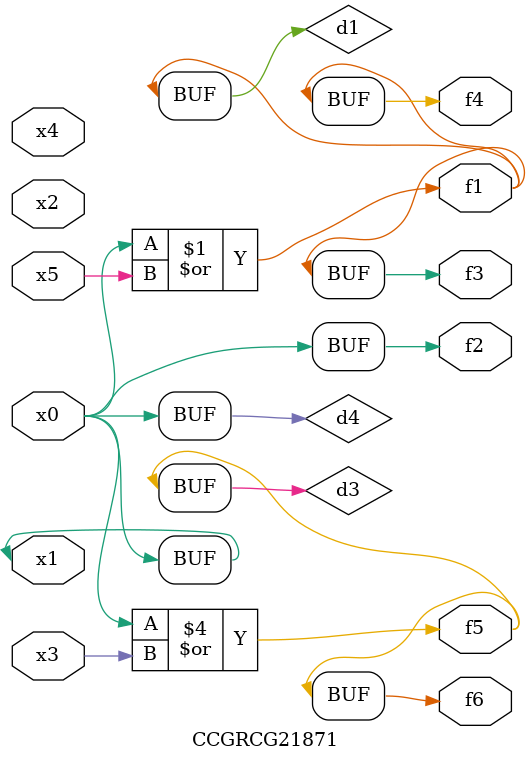
<source format=v>
module CCGRCG21871(
	input x0, x1, x2, x3, x4, x5,
	output f1, f2, f3, f4, f5, f6
);

	wire d1, d2, d3, d4;

	or (d1, x0, x5);
	xnor (d2, x1, x4);
	or (d3, x0, x3);
	buf (d4, x0, x1);
	assign f1 = d1;
	assign f2 = d4;
	assign f3 = d1;
	assign f4 = d1;
	assign f5 = d3;
	assign f6 = d3;
endmodule

</source>
